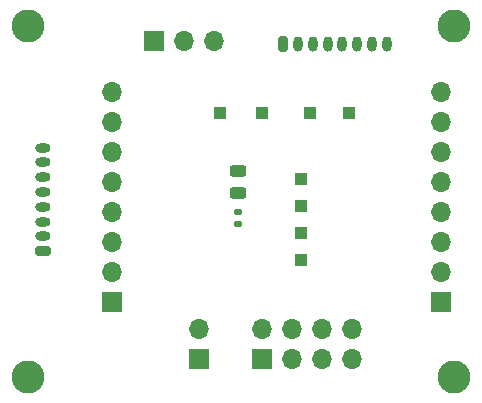
<source format=gbr>
%TF.GenerationSoftware,KiCad,Pcbnew,7.0.6*%
%TF.CreationDate,2023-07-26T19:14:02-07:00*%
%TF.ProjectId,connector_board,636f6e6e-6563-4746-9f72-5f626f617264,rev?*%
%TF.SameCoordinates,Original*%
%TF.FileFunction,Soldermask,Top*%
%TF.FilePolarity,Negative*%
%FSLAX46Y46*%
G04 Gerber Fmt 4.6, Leading zero omitted, Abs format (unit mm)*
G04 Created by KiCad (PCBNEW 7.0.6) date 2023-07-26 19:14:02*
%MOMM*%
%LPD*%
G01*
G04 APERTURE LIST*
G04 Aperture macros list*
%AMRoundRect*
0 Rectangle with rounded corners*
0 $1 Rounding radius*
0 $2 $3 $4 $5 $6 $7 $8 $9 X,Y pos of 4 corners*
0 Add a 4 corners polygon primitive as box body*
4,1,4,$2,$3,$4,$5,$6,$7,$8,$9,$2,$3,0*
0 Add four circle primitives for the rounded corners*
1,1,$1+$1,$2,$3*
1,1,$1+$1,$4,$5*
1,1,$1+$1,$6,$7*
1,1,$1+$1,$8,$9*
0 Add four rect primitives between the rounded corners*
20,1,$1+$1,$2,$3,$4,$5,0*
20,1,$1+$1,$4,$5,$6,$7,0*
20,1,$1+$1,$6,$7,$8,$9,0*
20,1,$1+$1,$8,$9,$2,$3,0*%
G04 Aperture macros list end*
%ADD10C,2.800000*%
%ADD11R,1.700000X1.700000*%
%ADD12O,1.700000X1.700000*%
%ADD13R,1.000000X1.000000*%
%ADD14RoundRect,0.200000X-0.200000X-0.450000X0.200000X-0.450000X0.200000X0.450000X-0.200000X0.450000X0*%
%ADD15O,0.800000X1.300000*%
%ADD16RoundRect,0.200000X0.450000X-0.200000X0.450000X0.200000X-0.450000X0.200000X-0.450000X-0.200000X0*%
%ADD17O,1.300000X0.800000*%
%ADD18RoundRect,0.135000X0.185000X-0.135000X0.185000X0.135000X-0.185000X0.135000X-0.185000X-0.135000X0*%
%ADD19RoundRect,0.243750X-0.456250X0.243750X-0.456250X-0.243750X0.456250X-0.243750X0.456250X0.243750X0*%
G04 APERTURE END LIST*
D10*
%TO.C,TP12*%
X109220000Y-83058000D03*
%TD*%
D11*
%TO.C,J5*%
X87620000Y-81534000D03*
D12*
X87620000Y-78994000D03*
%TD*%
D13*
%TO.C,TP5*%
X96266000Y-66294000D03*
%TD*%
D11*
%TO.C,J2*%
X108077000Y-76708000D03*
D12*
X108077000Y-74168000D03*
X108077000Y-71628000D03*
X108077000Y-69088000D03*
X108077000Y-66548000D03*
X108077000Y-64008000D03*
X108077000Y-61468000D03*
X108077000Y-58928000D03*
%TD*%
D13*
%TO.C,TP6*%
X100330000Y-60706000D03*
%TD*%
D11*
%TO.C,J7*%
X80264000Y-76708000D03*
D12*
X80264000Y-74168000D03*
X80264000Y-71628000D03*
X80264000Y-69088000D03*
X80264000Y-66548000D03*
X80264000Y-64008000D03*
X80264000Y-61468000D03*
X80264000Y-58928000D03*
%TD*%
D13*
%TO.C,TP8*%
X89408000Y-60706000D03*
%TD*%
D14*
%TO.C,J1*%
X94762000Y-54864000D03*
D15*
X96012000Y-54864000D03*
X97262000Y-54864000D03*
X98512000Y-54864000D03*
X99762000Y-54864000D03*
X101012000Y-54864000D03*
X102262000Y-54864000D03*
X103512000Y-54864000D03*
%TD*%
D10*
%TO.C,TP9*%
X73152000Y-53340000D03*
%TD*%
%TO.C,TP11*%
X109220000Y-53340000D03*
%TD*%
D13*
%TO.C,TP3*%
X96266000Y-70866000D03*
%TD*%
D10*
%TO.C,TP10*%
X73152000Y-83058000D03*
%TD*%
D16*
%TO.C,J6*%
X74422000Y-72405000D03*
D17*
X74422000Y-71155000D03*
X74422000Y-69905000D03*
X74422000Y-68655000D03*
X74422000Y-67405000D03*
X74422000Y-66155000D03*
X74422000Y-64905000D03*
X74422000Y-63655000D03*
%TD*%
D13*
%TO.C,TP1*%
X92964000Y-60706000D03*
%TD*%
D11*
%TO.C,J4*%
X83820000Y-54610000D03*
D12*
X86360000Y-54610000D03*
X88900000Y-54610000D03*
%TD*%
D11*
%TO.C,J3*%
X92964000Y-81534000D03*
D12*
X92964000Y-78994000D03*
X95504000Y-81534000D03*
X95504000Y-78994000D03*
X98044000Y-81534000D03*
X98044000Y-78994000D03*
X100584000Y-81534000D03*
X100584000Y-78994000D03*
%TD*%
D13*
%TO.C,TP7*%
X97028000Y-60706000D03*
%TD*%
D18*
%TO.C,R1*%
X90932000Y-70106000D03*
X90932000Y-69086000D03*
%TD*%
D13*
%TO.C,TP4*%
X96266000Y-68580000D03*
%TD*%
D19*
%TO.C,D1*%
X90932000Y-65610500D03*
X90932000Y-67485500D03*
%TD*%
D13*
%TO.C,TP2*%
X96266000Y-73152000D03*
%TD*%
M02*

</source>
